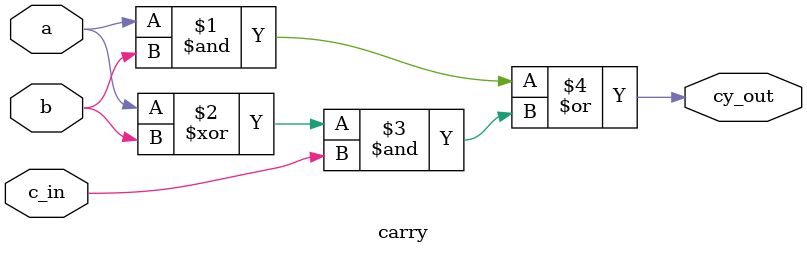
<source format=v>
`timescale 1ns / 1ps
module carry(cy_out,a,b,c_in);
input a,b,c_in;
output cy_out;
assign cy_out = (a&b)| ((a^b)&c_in);
endmodule

</source>
